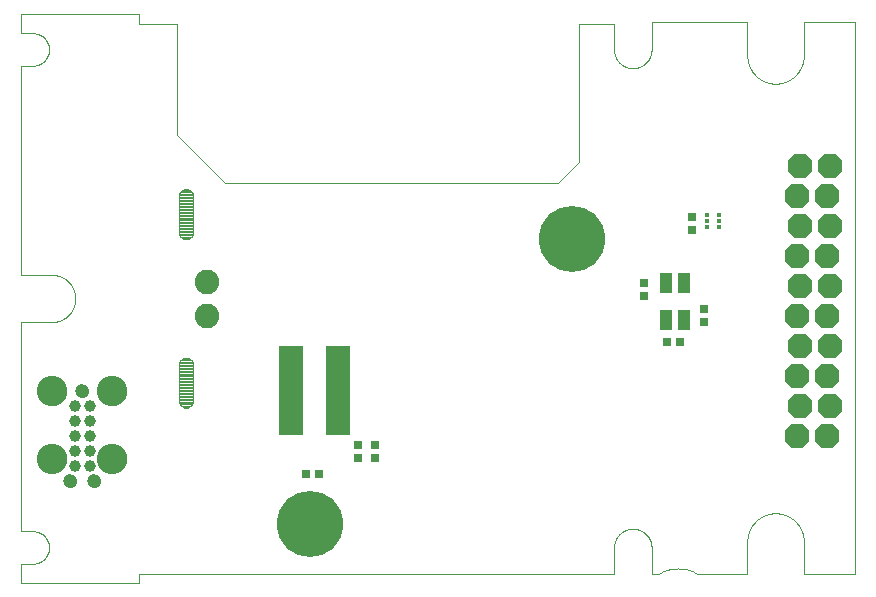
<source format=gts>
G75*
%MOIN*%
%OFA0B0*%
%FSLAX25Y25*%
%IPPOS*%
%LPD*%
%AMOC8*
5,1,8,0,0,1.08239X$1,22.5*
%
%ADD10C,0.00100*%
%ADD11C,0.00492*%
%ADD12R,0.07887X0.02060*%
%ADD13C,0.22047*%
%ADD14R,0.04343X0.06706*%
%ADD15R,0.02769X0.03162*%
%ADD16R,0.03162X0.02769*%
%ADD17C,0.01784*%
%ADD18OC8,0.08200*%
%ADD19C,0.08200*%
%ADD20C,0.03900*%
%ADD21C,0.00000*%
%ADD22C,0.04700*%
%ADD23C,0.10150*%
D10*
X0007311Y0010025D02*
X0046681Y0010025D01*
X0046681Y0012741D01*
X0204998Y0012741D01*
X0204998Y0021741D01*
X0205000Y0021898D01*
X0205006Y0022055D01*
X0205016Y0022212D01*
X0205030Y0022368D01*
X0205047Y0022524D01*
X0205069Y0022680D01*
X0205094Y0022835D01*
X0205124Y0022989D01*
X0205157Y0023143D01*
X0205194Y0023295D01*
X0205235Y0023447D01*
X0205280Y0023598D01*
X0205329Y0023747D01*
X0205381Y0023895D01*
X0205437Y0024042D01*
X0205497Y0024187D01*
X0205560Y0024331D01*
X0205627Y0024473D01*
X0205697Y0024613D01*
X0205771Y0024752D01*
X0205848Y0024889D01*
X0205929Y0025023D01*
X0206013Y0025156D01*
X0206101Y0025286D01*
X0206192Y0025415D01*
X0206286Y0025541D01*
X0206383Y0025664D01*
X0206483Y0025785D01*
X0206586Y0025904D01*
X0206692Y0026019D01*
X0206801Y0026133D01*
X0206913Y0026243D01*
X0207027Y0026350D01*
X0207144Y0026455D01*
X0207264Y0026557D01*
X0207386Y0026655D01*
X0207511Y0026751D01*
X0207638Y0026843D01*
X0207768Y0026932D01*
X0207899Y0027018D01*
X0208033Y0027101D01*
X0208168Y0027180D01*
X0208306Y0027255D01*
X0208446Y0027328D01*
X0208587Y0027396D01*
X0208730Y0027461D01*
X0208874Y0027523D01*
X0209020Y0027581D01*
X0209168Y0027635D01*
X0209317Y0027685D01*
X0209467Y0027732D01*
X0209618Y0027775D01*
X0209770Y0027814D01*
X0209923Y0027849D01*
X0210077Y0027880D01*
X0210232Y0027908D01*
X0210387Y0027931D01*
X0210543Y0027951D01*
X0210699Y0027967D01*
X0210856Y0027979D01*
X0211012Y0027987D01*
X0211169Y0027991D01*
X0211327Y0027991D01*
X0211484Y0027987D01*
X0211640Y0027979D01*
X0211797Y0027967D01*
X0211953Y0027951D01*
X0212109Y0027931D01*
X0212264Y0027908D01*
X0212419Y0027880D01*
X0212573Y0027849D01*
X0212726Y0027814D01*
X0212878Y0027775D01*
X0213029Y0027732D01*
X0213179Y0027685D01*
X0213328Y0027635D01*
X0213476Y0027581D01*
X0213622Y0027523D01*
X0213766Y0027461D01*
X0213909Y0027396D01*
X0214050Y0027328D01*
X0214190Y0027255D01*
X0214328Y0027180D01*
X0214463Y0027101D01*
X0214597Y0027018D01*
X0214728Y0026932D01*
X0214858Y0026843D01*
X0214985Y0026751D01*
X0215110Y0026655D01*
X0215232Y0026557D01*
X0215352Y0026455D01*
X0215469Y0026350D01*
X0215583Y0026243D01*
X0215695Y0026133D01*
X0215804Y0026019D01*
X0215910Y0025904D01*
X0216013Y0025785D01*
X0216113Y0025664D01*
X0216210Y0025541D01*
X0216304Y0025415D01*
X0216395Y0025286D01*
X0216483Y0025156D01*
X0216567Y0025023D01*
X0216648Y0024889D01*
X0216725Y0024752D01*
X0216799Y0024613D01*
X0216869Y0024473D01*
X0216936Y0024331D01*
X0216999Y0024187D01*
X0217059Y0024042D01*
X0217115Y0023895D01*
X0217167Y0023747D01*
X0217216Y0023598D01*
X0217261Y0023447D01*
X0217302Y0023295D01*
X0217339Y0023143D01*
X0217372Y0022989D01*
X0217402Y0022835D01*
X0217427Y0022680D01*
X0217449Y0022524D01*
X0217466Y0022368D01*
X0217480Y0022212D01*
X0217490Y0022055D01*
X0217496Y0021898D01*
X0217498Y0021741D01*
X0217498Y0012741D01*
X0219528Y0012741D01*
X0233093Y0012741D02*
X0249411Y0012741D01*
X0249411Y0023741D01*
X0249414Y0023970D01*
X0249422Y0024199D01*
X0249436Y0024427D01*
X0249456Y0024655D01*
X0249481Y0024883D01*
X0249511Y0025110D01*
X0249547Y0025336D01*
X0249589Y0025561D01*
X0249636Y0025785D01*
X0249688Y0026008D01*
X0249746Y0026229D01*
X0249810Y0026449D01*
X0249878Y0026668D01*
X0249952Y0026884D01*
X0250031Y0027099D01*
X0250116Y0027312D01*
X0250205Y0027522D01*
X0250300Y0027731D01*
X0250399Y0027937D01*
X0250504Y0028141D01*
X0250614Y0028342D01*
X0250728Y0028540D01*
X0250847Y0028735D01*
X0250971Y0028928D01*
X0251100Y0029117D01*
X0251233Y0029303D01*
X0251371Y0029486D01*
X0251513Y0029666D01*
X0251659Y0029841D01*
X0251810Y0030014D01*
X0251965Y0030182D01*
X0252124Y0030347D01*
X0252287Y0030508D01*
X0252453Y0030665D01*
X0252624Y0030818D01*
X0252798Y0030966D01*
X0252976Y0031111D01*
X0253157Y0031250D01*
X0253342Y0031386D01*
X0253529Y0031517D01*
X0253720Y0031643D01*
X0253914Y0031765D01*
X0254111Y0031882D01*
X0254311Y0031994D01*
X0254513Y0032101D01*
X0254718Y0032203D01*
X0254925Y0032300D01*
X0255135Y0032392D01*
X0255346Y0032479D01*
X0255560Y0032561D01*
X0255776Y0032638D01*
X0255993Y0032709D01*
X0256213Y0032775D01*
X0256433Y0032835D01*
X0256656Y0032891D01*
X0256879Y0032940D01*
X0257104Y0032985D01*
X0257329Y0033023D01*
X0257556Y0033057D01*
X0257783Y0033085D01*
X0258011Y0033107D01*
X0258239Y0033124D01*
X0258468Y0033135D01*
X0258697Y0033140D01*
X0258925Y0033140D01*
X0259154Y0033135D01*
X0259383Y0033124D01*
X0259611Y0033107D01*
X0259839Y0033085D01*
X0260066Y0033057D01*
X0260293Y0033023D01*
X0260518Y0032985D01*
X0260743Y0032940D01*
X0260966Y0032891D01*
X0261189Y0032835D01*
X0261409Y0032775D01*
X0261629Y0032709D01*
X0261846Y0032638D01*
X0262062Y0032561D01*
X0262276Y0032479D01*
X0262487Y0032392D01*
X0262697Y0032300D01*
X0262904Y0032203D01*
X0263109Y0032101D01*
X0263311Y0031994D01*
X0263511Y0031882D01*
X0263708Y0031765D01*
X0263902Y0031643D01*
X0264093Y0031517D01*
X0264280Y0031386D01*
X0264465Y0031250D01*
X0264646Y0031111D01*
X0264824Y0030966D01*
X0264998Y0030818D01*
X0265169Y0030665D01*
X0265335Y0030508D01*
X0265498Y0030347D01*
X0265657Y0030182D01*
X0265812Y0030014D01*
X0265963Y0029841D01*
X0266109Y0029666D01*
X0266251Y0029486D01*
X0266389Y0029303D01*
X0266522Y0029117D01*
X0266651Y0028928D01*
X0266775Y0028735D01*
X0266894Y0028540D01*
X0267008Y0028342D01*
X0267118Y0028141D01*
X0267223Y0027937D01*
X0267322Y0027731D01*
X0267417Y0027522D01*
X0267506Y0027312D01*
X0267591Y0027099D01*
X0267670Y0026884D01*
X0267744Y0026668D01*
X0267812Y0026449D01*
X0267876Y0026229D01*
X0267934Y0026008D01*
X0267986Y0025785D01*
X0268033Y0025561D01*
X0268075Y0025336D01*
X0268111Y0025110D01*
X0268141Y0024883D01*
X0268166Y0024655D01*
X0268186Y0024427D01*
X0268200Y0024199D01*
X0268208Y0023970D01*
X0268211Y0023741D01*
X0268211Y0012741D01*
X0285311Y0012741D01*
X0285311Y0196741D01*
X0268211Y0196741D01*
X0268211Y0185741D01*
X0268208Y0185512D01*
X0268200Y0185283D01*
X0268186Y0185055D01*
X0268166Y0184827D01*
X0268141Y0184599D01*
X0268111Y0184372D01*
X0268075Y0184146D01*
X0268033Y0183921D01*
X0267986Y0183697D01*
X0267934Y0183474D01*
X0267876Y0183253D01*
X0267812Y0183033D01*
X0267744Y0182814D01*
X0267670Y0182598D01*
X0267591Y0182383D01*
X0267506Y0182170D01*
X0267417Y0181960D01*
X0267322Y0181751D01*
X0267223Y0181545D01*
X0267118Y0181341D01*
X0267008Y0181140D01*
X0266894Y0180942D01*
X0266775Y0180747D01*
X0266651Y0180554D01*
X0266522Y0180365D01*
X0266389Y0180179D01*
X0266251Y0179996D01*
X0266109Y0179816D01*
X0265963Y0179641D01*
X0265812Y0179468D01*
X0265657Y0179300D01*
X0265498Y0179135D01*
X0265335Y0178974D01*
X0265169Y0178817D01*
X0264998Y0178664D01*
X0264824Y0178516D01*
X0264646Y0178371D01*
X0264465Y0178232D01*
X0264280Y0178096D01*
X0264093Y0177965D01*
X0263902Y0177839D01*
X0263708Y0177717D01*
X0263511Y0177600D01*
X0263311Y0177488D01*
X0263109Y0177381D01*
X0262904Y0177279D01*
X0262697Y0177182D01*
X0262487Y0177090D01*
X0262276Y0177003D01*
X0262062Y0176921D01*
X0261846Y0176844D01*
X0261629Y0176773D01*
X0261409Y0176707D01*
X0261189Y0176647D01*
X0260966Y0176591D01*
X0260743Y0176542D01*
X0260518Y0176497D01*
X0260293Y0176459D01*
X0260066Y0176425D01*
X0259839Y0176397D01*
X0259611Y0176375D01*
X0259383Y0176358D01*
X0259154Y0176347D01*
X0258925Y0176342D01*
X0258697Y0176342D01*
X0258468Y0176347D01*
X0258239Y0176358D01*
X0258011Y0176375D01*
X0257783Y0176397D01*
X0257556Y0176425D01*
X0257329Y0176459D01*
X0257104Y0176497D01*
X0256879Y0176542D01*
X0256656Y0176591D01*
X0256433Y0176647D01*
X0256213Y0176707D01*
X0255993Y0176773D01*
X0255776Y0176844D01*
X0255560Y0176921D01*
X0255346Y0177003D01*
X0255135Y0177090D01*
X0254925Y0177182D01*
X0254718Y0177279D01*
X0254513Y0177381D01*
X0254311Y0177488D01*
X0254111Y0177600D01*
X0253914Y0177717D01*
X0253720Y0177839D01*
X0253529Y0177965D01*
X0253342Y0178096D01*
X0253157Y0178232D01*
X0252976Y0178371D01*
X0252798Y0178516D01*
X0252624Y0178664D01*
X0252453Y0178817D01*
X0252287Y0178974D01*
X0252124Y0179135D01*
X0251965Y0179300D01*
X0251810Y0179468D01*
X0251659Y0179641D01*
X0251513Y0179816D01*
X0251371Y0179996D01*
X0251233Y0180179D01*
X0251100Y0180365D01*
X0250971Y0180554D01*
X0250847Y0180747D01*
X0250728Y0180942D01*
X0250614Y0181140D01*
X0250504Y0181341D01*
X0250399Y0181545D01*
X0250300Y0181751D01*
X0250205Y0181960D01*
X0250116Y0182170D01*
X0250031Y0182383D01*
X0249952Y0182598D01*
X0249878Y0182814D01*
X0249810Y0183033D01*
X0249746Y0183253D01*
X0249688Y0183474D01*
X0249636Y0183697D01*
X0249589Y0183921D01*
X0249547Y0184146D01*
X0249511Y0184372D01*
X0249481Y0184599D01*
X0249456Y0184827D01*
X0249436Y0185055D01*
X0249422Y0185283D01*
X0249414Y0185512D01*
X0249411Y0185741D01*
X0249411Y0196741D01*
X0217498Y0196741D01*
X0217498Y0187741D01*
X0217496Y0187584D01*
X0217490Y0187427D01*
X0217480Y0187270D01*
X0217466Y0187114D01*
X0217449Y0186958D01*
X0217427Y0186802D01*
X0217402Y0186647D01*
X0217372Y0186493D01*
X0217339Y0186339D01*
X0217302Y0186187D01*
X0217261Y0186035D01*
X0217216Y0185884D01*
X0217167Y0185735D01*
X0217115Y0185587D01*
X0217059Y0185440D01*
X0216999Y0185295D01*
X0216936Y0185151D01*
X0216869Y0185009D01*
X0216799Y0184869D01*
X0216725Y0184730D01*
X0216648Y0184593D01*
X0216567Y0184459D01*
X0216483Y0184326D01*
X0216395Y0184196D01*
X0216304Y0184067D01*
X0216210Y0183941D01*
X0216113Y0183818D01*
X0216013Y0183697D01*
X0215910Y0183578D01*
X0215804Y0183463D01*
X0215695Y0183349D01*
X0215583Y0183239D01*
X0215469Y0183132D01*
X0215352Y0183027D01*
X0215232Y0182925D01*
X0215110Y0182827D01*
X0214985Y0182731D01*
X0214858Y0182639D01*
X0214728Y0182550D01*
X0214597Y0182464D01*
X0214463Y0182381D01*
X0214328Y0182302D01*
X0214190Y0182227D01*
X0214050Y0182154D01*
X0213909Y0182086D01*
X0213766Y0182021D01*
X0213622Y0181959D01*
X0213476Y0181901D01*
X0213328Y0181847D01*
X0213179Y0181797D01*
X0213029Y0181750D01*
X0212878Y0181707D01*
X0212726Y0181668D01*
X0212573Y0181633D01*
X0212419Y0181602D01*
X0212264Y0181574D01*
X0212109Y0181551D01*
X0211953Y0181531D01*
X0211797Y0181515D01*
X0211640Y0181503D01*
X0211484Y0181495D01*
X0211327Y0181491D01*
X0211169Y0181491D01*
X0211012Y0181495D01*
X0210856Y0181503D01*
X0210699Y0181515D01*
X0210543Y0181531D01*
X0210387Y0181551D01*
X0210232Y0181574D01*
X0210077Y0181602D01*
X0209923Y0181633D01*
X0209770Y0181668D01*
X0209618Y0181707D01*
X0209467Y0181750D01*
X0209317Y0181797D01*
X0209168Y0181847D01*
X0209020Y0181901D01*
X0208874Y0181959D01*
X0208730Y0182021D01*
X0208587Y0182086D01*
X0208446Y0182154D01*
X0208306Y0182227D01*
X0208168Y0182302D01*
X0208033Y0182381D01*
X0207899Y0182464D01*
X0207768Y0182550D01*
X0207638Y0182639D01*
X0207511Y0182731D01*
X0207386Y0182827D01*
X0207264Y0182925D01*
X0207144Y0183027D01*
X0207027Y0183132D01*
X0206913Y0183239D01*
X0206801Y0183349D01*
X0206692Y0183463D01*
X0206586Y0183578D01*
X0206483Y0183697D01*
X0206383Y0183818D01*
X0206286Y0183941D01*
X0206192Y0184067D01*
X0206101Y0184196D01*
X0206013Y0184326D01*
X0205929Y0184459D01*
X0205848Y0184593D01*
X0205771Y0184730D01*
X0205697Y0184869D01*
X0205627Y0185009D01*
X0205560Y0185151D01*
X0205497Y0185295D01*
X0205437Y0185440D01*
X0205381Y0185587D01*
X0205329Y0185735D01*
X0205280Y0185884D01*
X0205235Y0186035D01*
X0205194Y0186187D01*
X0205157Y0186339D01*
X0205124Y0186493D01*
X0205094Y0186647D01*
X0205069Y0186802D01*
X0205047Y0186958D01*
X0205030Y0187114D01*
X0205016Y0187270D01*
X0205006Y0187427D01*
X0205000Y0187584D01*
X0204998Y0187741D01*
X0204998Y0196300D01*
X0193300Y0196300D01*
X0193300Y0150300D01*
X0186300Y0143300D01*
X0075300Y0143300D01*
X0059300Y0159300D01*
X0059300Y0196300D01*
X0046681Y0196300D01*
X0046681Y0199458D01*
X0007311Y0199458D01*
X0007311Y0193155D01*
X0011248Y0193155D01*
X0011248Y0193154D02*
X0011393Y0193152D01*
X0011539Y0193146D01*
X0011684Y0193136D01*
X0011828Y0193123D01*
X0011973Y0193105D01*
X0012116Y0193084D01*
X0012259Y0193059D01*
X0012402Y0193030D01*
X0012543Y0192997D01*
X0012684Y0192960D01*
X0012824Y0192920D01*
X0012962Y0192875D01*
X0013099Y0192828D01*
X0013235Y0192776D01*
X0013370Y0192721D01*
X0013503Y0192662D01*
X0013634Y0192600D01*
X0013764Y0192534D01*
X0013891Y0192465D01*
X0014017Y0192392D01*
X0014141Y0192316D01*
X0014263Y0192237D01*
X0014382Y0192154D01*
X0014500Y0192068D01*
X0014615Y0191980D01*
X0014727Y0191888D01*
X0014837Y0191793D01*
X0014945Y0191695D01*
X0015050Y0191594D01*
X0015152Y0191491D01*
X0015251Y0191385D01*
X0015348Y0191276D01*
X0015441Y0191164D01*
X0015531Y0191051D01*
X0015619Y0190934D01*
X0015703Y0190816D01*
X0015784Y0190695D01*
X0015861Y0190572D01*
X0015936Y0190448D01*
X0016007Y0190321D01*
X0016074Y0190192D01*
X0016138Y0190062D01*
X0016199Y0189929D01*
X0016256Y0189796D01*
X0016309Y0189660D01*
X0016359Y0189524D01*
X0016405Y0189386D01*
X0016447Y0189247D01*
X0016486Y0189107D01*
X0016521Y0188966D01*
X0016552Y0188824D01*
X0016579Y0188681D01*
X0016602Y0188537D01*
X0016622Y0188393D01*
X0016637Y0188249D01*
X0016649Y0188104D01*
X0016657Y0187959D01*
X0016661Y0187814D01*
X0016661Y0187668D01*
X0016657Y0187523D01*
X0016649Y0187378D01*
X0016637Y0187233D01*
X0016622Y0187089D01*
X0016602Y0186945D01*
X0016579Y0186801D01*
X0016552Y0186658D01*
X0016521Y0186516D01*
X0016486Y0186375D01*
X0016447Y0186235D01*
X0016405Y0186096D01*
X0016359Y0185958D01*
X0016309Y0185822D01*
X0016256Y0185686D01*
X0016199Y0185553D01*
X0016138Y0185420D01*
X0016074Y0185290D01*
X0016007Y0185161D01*
X0015936Y0185035D01*
X0015861Y0184910D01*
X0015784Y0184787D01*
X0015703Y0184666D01*
X0015619Y0184548D01*
X0015531Y0184431D01*
X0015441Y0184318D01*
X0015348Y0184206D01*
X0015251Y0184097D01*
X0015152Y0183991D01*
X0015050Y0183888D01*
X0014945Y0183787D01*
X0014837Y0183689D01*
X0014727Y0183594D01*
X0014615Y0183502D01*
X0014500Y0183414D01*
X0014382Y0183328D01*
X0014263Y0183245D01*
X0014141Y0183166D01*
X0014017Y0183090D01*
X0013891Y0183017D01*
X0013764Y0182948D01*
X0013634Y0182882D01*
X0013503Y0182820D01*
X0013370Y0182761D01*
X0013235Y0182706D01*
X0013099Y0182654D01*
X0012962Y0182607D01*
X0012824Y0182562D01*
X0012684Y0182522D01*
X0012543Y0182485D01*
X0012402Y0182452D01*
X0012259Y0182423D01*
X0012116Y0182398D01*
X0011973Y0182377D01*
X0011828Y0182359D01*
X0011684Y0182346D01*
X0011539Y0182336D01*
X0011393Y0182330D01*
X0011248Y0182328D01*
X0007311Y0182328D01*
X0007311Y0112615D01*
X0017540Y0112615D01*
X0017732Y0112613D01*
X0017923Y0112606D01*
X0018115Y0112594D01*
X0018306Y0112578D01*
X0018496Y0112557D01*
X0018686Y0112531D01*
X0018876Y0112501D01*
X0019064Y0112466D01*
X0019252Y0112427D01*
X0019439Y0112383D01*
X0019624Y0112334D01*
X0019808Y0112281D01*
X0019991Y0112224D01*
X0020173Y0112162D01*
X0020353Y0112095D01*
X0020531Y0112025D01*
X0020708Y0111950D01*
X0020882Y0111870D01*
X0021055Y0111787D01*
X0021225Y0111699D01*
X0021394Y0111608D01*
X0021560Y0111512D01*
X0021723Y0111412D01*
X0021885Y0111308D01*
X0022043Y0111200D01*
X0022199Y0111089D01*
X0022352Y0110973D01*
X0022503Y0110854D01*
X0022650Y0110732D01*
X0022794Y0110605D01*
X0022936Y0110476D01*
X0023074Y0110343D01*
X0023209Y0110206D01*
X0023340Y0110066D01*
X0023468Y0109924D01*
X0023592Y0109778D01*
X0023713Y0109629D01*
X0023830Y0109477D01*
X0023944Y0109323D01*
X0024054Y0109165D01*
X0024159Y0109005D01*
X0024261Y0108843D01*
X0024359Y0108678D01*
X0024453Y0108511D01*
X0024543Y0108341D01*
X0024628Y0108170D01*
X0024710Y0107996D01*
X0024787Y0107821D01*
X0024860Y0107643D01*
X0024928Y0107464D01*
X0024992Y0107283D01*
X0025052Y0107101D01*
X0025107Y0106918D01*
X0025158Y0106733D01*
X0025204Y0106547D01*
X0025246Y0106359D01*
X0025283Y0106171D01*
X0025316Y0105982D01*
X0025343Y0105793D01*
X0025367Y0105602D01*
X0025385Y0105411D01*
X0025399Y0105220D01*
X0025409Y0105029D01*
X0025413Y0104837D01*
X0025413Y0104645D01*
X0025409Y0104453D01*
X0025399Y0104262D01*
X0025385Y0104071D01*
X0025367Y0103880D01*
X0025343Y0103689D01*
X0025316Y0103500D01*
X0025283Y0103311D01*
X0025246Y0103123D01*
X0025204Y0102935D01*
X0025158Y0102749D01*
X0025107Y0102564D01*
X0025052Y0102381D01*
X0024992Y0102199D01*
X0024928Y0102018D01*
X0024860Y0101839D01*
X0024787Y0101661D01*
X0024710Y0101486D01*
X0024628Y0101312D01*
X0024543Y0101141D01*
X0024453Y0100971D01*
X0024359Y0100804D01*
X0024261Y0100639D01*
X0024159Y0100477D01*
X0024054Y0100317D01*
X0023944Y0100159D01*
X0023830Y0100005D01*
X0023713Y0099853D01*
X0023592Y0099704D01*
X0023468Y0099558D01*
X0023340Y0099416D01*
X0023209Y0099276D01*
X0023074Y0099139D01*
X0022936Y0099006D01*
X0022794Y0098877D01*
X0022650Y0098750D01*
X0022503Y0098628D01*
X0022352Y0098509D01*
X0022199Y0098393D01*
X0022043Y0098282D01*
X0021885Y0098174D01*
X0021723Y0098070D01*
X0021560Y0097970D01*
X0021394Y0097874D01*
X0021225Y0097783D01*
X0021055Y0097695D01*
X0020882Y0097612D01*
X0020708Y0097532D01*
X0020531Y0097457D01*
X0020353Y0097387D01*
X0020173Y0097320D01*
X0019991Y0097258D01*
X0019808Y0097201D01*
X0019624Y0097148D01*
X0019439Y0097099D01*
X0019252Y0097055D01*
X0019064Y0097016D01*
X0018876Y0096981D01*
X0018686Y0096951D01*
X0018496Y0096925D01*
X0018306Y0096904D01*
X0018115Y0096888D01*
X0017923Y0096876D01*
X0017732Y0096869D01*
X0017540Y0096867D01*
X0007311Y0096867D01*
X0007311Y0027155D01*
X0011248Y0027155D01*
X0011248Y0027154D02*
X0011393Y0027152D01*
X0011539Y0027146D01*
X0011684Y0027136D01*
X0011828Y0027123D01*
X0011973Y0027105D01*
X0012116Y0027084D01*
X0012259Y0027059D01*
X0012402Y0027030D01*
X0012543Y0026997D01*
X0012684Y0026960D01*
X0012824Y0026920D01*
X0012962Y0026875D01*
X0013099Y0026828D01*
X0013235Y0026776D01*
X0013370Y0026721D01*
X0013503Y0026662D01*
X0013634Y0026600D01*
X0013764Y0026534D01*
X0013891Y0026465D01*
X0014017Y0026392D01*
X0014141Y0026316D01*
X0014263Y0026237D01*
X0014382Y0026154D01*
X0014500Y0026068D01*
X0014615Y0025980D01*
X0014727Y0025888D01*
X0014837Y0025793D01*
X0014945Y0025695D01*
X0015050Y0025594D01*
X0015152Y0025491D01*
X0015251Y0025385D01*
X0015348Y0025276D01*
X0015441Y0025164D01*
X0015531Y0025051D01*
X0015619Y0024934D01*
X0015703Y0024816D01*
X0015784Y0024695D01*
X0015861Y0024572D01*
X0015936Y0024448D01*
X0016007Y0024321D01*
X0016074Y0024192D01*
X0016138Y0024062D01*
X0016199Y0023929D01*
X0016256Y0023796D01*
X0016309Y0023660D01*
X0016359Y0023524D01*
X0016405Y0023386D01*
X0016447Y0023247D01*
X0016486Y0023107D01*
X0016521Y0022966D01*
X0016552Y0022824D01*
X0016579Y0022681D01*
X0016602Y0022537D01*
X0016622Y0022393D01*
X0016637Y0022249D01*
X0016649Y0022104D01*
X0016657Y0021959D01*
X0016661Y0021814D01*
X0016661Y0021668D01*
X0016657Y0021523D01*
X0016649Y0021378D01*
X0016637Y0021233D01*
X0016622Y0021089D01*
X0016602Y0020945D01*
X0016579Y0020801D01*
X0016552Y0020658D01*
X0016521Y0020516D01*
X0016486Y0020375D01*
X0016447Y0020235D01*
X0016405Y0020096D01*
X0016359Y0019958D01*
X0016309Y0019822D01*
X0016256Y0019686D01*
X0016199Y0019553D01*
X0016138Y0019420D01*
X0016074Y0019290D01*
X0016007Y0019161D01*
X0015936Y0019035D01*
X0015861Y0018910D01*
X0015784Y0018787D01*
X0015703Y0018666D01*
X0015619Y0018548D01*
X0015531Y0018431D01*
X0015441Y0018318D01*
X0015348Y0018206D01*
X0015251Y0018097D01*
X0015152Y0017991D01*
X0015050Y0017888D01*
X0014945Y0017787D01*
X0014837Y0017689D01*
X0014727Y0017594D01*
X0014615Y0017502D01*
X0014500Y0017414D01*
X0014382Y0017328D01*
X0014263Y0017245D01*
X0014141Y0017166D01*
X0014017Y0017090D01*
X0013891Y0017017D01*
X0013764Y0016948D01*
X0013634Y0016882D01*
X0013503Y0016820D01*
X0013370Y0016761D01*
X0013235Y0016706D01*
X0013099Y0016654D01*
X0012962Y0016607D01*
X0012824Y0016562D01*
X0012684Y0016522D01*
X0012543Y0016485D01*
X0012402Y0016452D01*
X0012259Y0016423D01*
X0012116Y0016398D01*
X0011973Y0016377D01*
X0011828Y0016359D01*
X0011684Y0016346D01*
X0011539Y0016336D01*
X0011393Y0016330D01*
X0011248Y0016328D01*
X0007311Y0016328D01*
X0007311Y0010025D01*
X0219529Y0012741D02*
X0219787Y0012903D01*
X0220049Y0013059D01*
X0220315Y0013209D01*
X0220584Y0013352D01*
X0220857Y0013488D01*
X0221133Y0013618D01*
X0221412Y0013741D01*
X0221695Y0013857D01*
X0221979Y0013966D01*
X0222267Y0014069D01*
X0222557Y0014164D01*
X0222849Y0014252D01*
X0223143Y0014333D01*
X0223439Y0014407D01*
X0223737Y0014473D01*
X0224036Y0014532D01*
X0224336Y0014584D01*
X0224638Y0014629D01*
X0224941Y0014666D01*
X0225245Y0014695D01*
X0225549Y0014718D01*
X0225854Y0014733D01*
X0226158Y0014740D01*
X0226464Y0014740D01*
X0226768Y0014733D01*
X0227073Y0014718D01*
X0227377Y0014695D01*
X0227681Y0014666D01*
X0227984Y0014629D01*
X0228286Y0014584D01*
X0228586Y0014532D01*
X0228885Y0014473D01*
X0229183Y0014407D01*
X0229479Y0014333D01*
X0229773Y0014252D01*
X0230065Y0014164D01*
X0230355Y0014069D01*
X0230643Y0013966D01*
X0230927Y0013857D01*
X0231210Y0013741D01*
X0231489Y0013618D01*
X0231765Y0013488D01*
X0232038Y0013352D01*
X0232307Y0013209D01*
X0232573Y0013059D01*
X0232835Y0012903D01*
X0233093Y0012741D01*
D11*
X0064573Y0069853D02*
X0064346Y0069427D01*
X0064040Y0069055D01*
X0063667Y0068749D01*
X0063242Y0068521D01*
X0062780Y0068381D01*
X0062300Y0068334D01*
X0061820Y0068381D01*
X0061358Y0068521D01*
X0060933Y0068749D01*
X0060560Y0069055D01*
X0060254Y0069427D01*
X0060027Y0069853D01*
X0059887Y0070314D01*
X0059839Y0070794D01*
X0059839Y0076700D01*
X0059839Y0082606D01*
X0059887Y0083086D01*
X0060027Y0083547D01*
X0060254Y0083973D01*
X0060560Y0084345D01*
X0060933Y0084651D01*
X0061358Y0084879D01*
X0061820Y0085019D01*
X0062300Y0085066D01*
X0062780Y0085019D01*
X0063242Y0084879D01*
X0063667Y0084651D01*
X0064040Y0084345D01*
X0064346Y0083973D01*
X0064573Y0083547D01*
X0064713Y0083086D01*
X0064761Y0082606D01*
X0064761Y0070794D01*
X0064713Y0070314D01*
X0064573Y0069853D01*
X0064590Y0069907D02*
X0060010Y0069907D01*
X0059878Y0070397D02*
X0064722Y0070397D01*
X0064761Y0070888D02*
X0059839Y0070888D01*
X0059839Y0071379D02*
X0064761Y0071379D01*
X0064761Y0071869D02*
X0059839Y0071869D01*
X0059839Y0072360D02*
X0064761Y0072360D01*
X0064761Y0072851D02*
X0059839Y0072851D01*
X0059839Y0073341D02*
X0064761Y0073341D01*
X0064761Y0073832D02*
X0059839Y0073832D01*
X0059839Y0074323D02*
X0064761Y0074323D01*
X0064761Y0074813D02*
X0059839Y0074813D01*
X0059839Y0075304D02*
X0064761Y0075304D01*
X0064761Y0075794D02*
X0059839Y0075794D01*
X0059839Y0076285D02*
X0064761Y0076285D01*
X0064761Y0076776D02*
X0059839Y0076776D01*
X0059839Y0077266D02*
X0064761Y0077266D01*
X0064761Y0077757D02*
X0059839Y0077757D01*
X0059839Y0078248D02*
X0064761Y0078248D01*
X0064761Y0078738D02*
X0059839Y0078738D01*
X0059839Y0079229D02*
X0064761Y0079229D01*
X0064761Y0079720D02*
X0059839Y0079720D01*
X0059839Y0080210D02*
X0064761Y0080210D01*
X0064761Y0080701D02*
X0059839Y0080701D01*
X0059839Y0081191D02*
X0064761Y0081191D01*
X0064761Y0081682D02*
X0059839Y0081682D01*
X0059839Y0082173D02*
X0064761Y0082173D01*
X0064755Y0082663D02*
X0059845Y0082663D01*
X0059907Y0083154D02*
X0064693Y0083154D01*
X0064521Y0083645D02*
X0060079Y0083645D01*
X0060388Y0084135D02*
X0064212Y0084135D01*
X0063698Y0084626D02*
X0060902Y0084626D01*
X0060263Y0069416D02*
X0064337Y0069416D01*
X0063883Y0068925D02*
X0060717Y0068925D01*
X0061643Y0068435D02*
X0062957Y0068435D01*
X0062300Y0124434D02*
X0061820Y0124481D01*
X0061358Y0124621D01*
X0060933Y0124849D01*
X0060560Y0125155D01*
X0060254Y0125527D01*
X0060027Y0125953D01*
X0059887Y0126414D01*
X0059839Y0126894D01*
X0059839Y0132800D01*
X0059839Y0138706D01*
X0059887Y0139186D01*
X0060027Y0139647D01*
X0060254Y0140073D01*
X0060560Y0140445D01*
X0060933Y0140751D01*
X0061358Y0140979D01*
X0061820Y0141119D01*
X0062300Y0141166D01*
X0062780Y0141119D01*
X0063242Y0140979D01*
X0063667Y0140751D01*
X0064040Y0140445D01*
X0064346Y0140073D01*
X0064573Y0139647D01*
X0064713Y0139186D01*
X0064761Y0138706D01*
X0064761Y0126894D01*
X0064713Y0126414D01*
X0064573Y0125953D01*
X0064346Y0125527D01*
X0064040Y0125155D01*
X0063667Y0124849D01*
X0063242Y0124621D01*
X0062780Y0124481D01*
X0062300Y0124434D01*
X0060921Y0124858D02*
X0063679Y0124858D01*
X0064199Y0125349D02*
X0060401Y0125349D01*
X0060087Y0125839D02*
X0064513Y0125839D01*
X0064688Y0126330D02*
X0059912Y0126330D01*
X0059847Y0126821D02*
X0064753Y0126821D01*
X0064761Y0127311D02*
X0059839Y0127311D01*
X0059839Y0127802D02*
X0064761Y0127802D01*
X0064761Y0128293D02*
X0059839Y0128293D01*
X0059839Y0128783D02*
X0064761Y0128783D01*
X0064761Y0129274D02*
X0059839Y0129274D01*
X0059839Y0129765D02*
X0064761Y0129765D01*
X0064761Y0130255D02*
X0059839Y0130255D01*
X0059839Y0130746D02*
X0064761Y0130746D01*
X0064761Y0131236D02*
X0059839Y0131236D01*
X0059839Y0131727D02*
X0064761Y0131727D01*
X0064761Y0132218D02*
X0059839Y0132218D01*
X0059839Y0132708D02*
X0064761Y0132708D01*
X0064761Y0133199D02*
X0059839Y0133199D01*
X0059839Y0133690D02*
X0064761Y0133690D01*
X0064761Y0134180D02*
X0059839Y0134180D01*
X0059839Y0134671D02*
X0064761Y0134671D01*
X0064761Y0135162D02*
X0059839Y0135162D01*
X0059839Y0135652D02*
X0064761Y0135652D01*
X0064761Y0136143D02*
X0059839Y0136143D01*
X0059839Y0136633D02*
X0064761Y0136633D01*
X0064761Y0137124D02*
X0059839Y0137124D01*
X0059839Y0137615D02*
X0064761Y0137615D01*
X0064761Y0138105D02*
X0059839Y0138105D01*
X0059839Y0138596D02*
X0064761Y0138596D01*
X0064723Y0139087D02*
X0059877Y0139087D01*
X0060005Y0139577D02*
X0064595Y0139577D01*
X0064348Y0140068D02*
X0060252Y0140068D01*
X0060698Y0140559D02*
X0063902Y0140559D01*
X0063010Y0141049D02*
X0061590Y0141049D01*
D12*
X0097150Y0087883D03*
X0097150Y0085914D03*
X0097150Y0083946D03*
X0097150Y0081977D03*
X0097150Y0080009D03*
X0097150Y0078040D03*
X0097150Y0076072D03*
X0097150Y0074103D03*
X0097150Y0072135D03*
X0097150Y0070166D03*
X0097150Y0068198D03*
X0097150Y0066229D03*
X0097150Y0064261D03*
X0097150Y0062292D03*
X0097150Y0060324D03*
X0112898Y0060324D03*
X0112898Y0062292D03*
X0112898Y0064261D03*
X0112898Y0066229D03*
X0112898Y0068198D03*
X0112898Y0070166D03*
X0112898Y0072135D03*
X0112898Y0074103D03*
X0112898Y0076072D03*
X0112898Y0078040D03*
X0112898Y0080009D03*
X0112898Y0081977D03*
X0112898Y0083946D03*
X0112898Y0085914D03*
X0112898Y0087883D03*
D13*
X0191074Y0124503D03*
X0103774Y0029503D03*
D14*
X0222303Y0097732D03*
X0228209Y0097732D03*
X0228209Y0109937D03*
X0222303Y0109937D03*
D15*
X0222700Y0090333D03*
X0227031Y0090333D03*
X0106735Y0046347D03*
X0102404Y0046347D03*
D16*
X0119700Y0051535D03*
X0119700Y0055865D03*
X0125300Y0055865D03*
X0125300Y0051535D03*
X0214867Y0105500D03*
X0214867Y0109831D03*
X0234933Y0101100D03*
X0234933Y0096769D03*
X0231043Y0127613D03*
X0231043Y0131944D03*
D17*
X0236136Y0132547D03*
X0236136Y0130579D03*
X0236136Y0128610D03*
X0240073Y0128610D03*
X0240073Y0130579D03*
X0240073Y0132547D03*
D18*
X0265831Y0138906D03*
X0275831Y0138906D03*
X0276831Y0128906D03*
X0266831Y0128906D03*
X0265831Y0118906D03*
X0275831Y0118906D03*
X0276831Y0108906D03*
X0266831Y0108906D03*
X0265831Y0098906D03*
X0275831Y0098906D03*
X0276831Y0088906D03*
X0266831Y0088906D03*
X0265831Y0078906D03*
X0275831Y0078906D03*
X0276831Y0068906D03*
X0266831Y0068906D03*
X0265831Y0058906D03*
X0275831Y0058906D03*
X0276831Y0148906D03*
X0266831Y0148906D03*
D19*
X0069434Y0110162D03*
X0069434Y0098762D03*
D20*
X0030200Y0068900D03*
X0025200Y0068900D03*
X0025200Y0063900D03*
X0025200Y0058900D03*
X0030200Y0058900D03*
X0030200Y0063900D03*
X0030200Y0053900D03*
X0030200Y0048900D03*
X0025200Y0048900D03*
X0025200Y0053900D03*
D21*
X0013025Y0051400D02*
X0013027Y0051537D01*
X0013033Y0051673D01*
X0013043Y0051809D01*
X0013057Y0051945D01*
X0013075Y0052081D01*
X0013097Y0052216D01*
X0013122Y0052350D01*
X0013152Y0052483D01*
X0013186Y0052615D01*
X0013223Y0052747D01*
X0013264Y0052877D01*
X0013310Y0053006D01*
X0013358Y0053134D01*
X0013411Y0053260D01*
X0013467Y0053384D01*
X0013527Y0053507D01*
X0013590Y0053628D01*
X0013657Y0053747D01*
X0013727Y0053864D01*
X0013801Y0053980D01*
X0013878Y0054092D01*
X0013958Y0054203D01*
X0014042Y0054311D01*
X0014129Y0054417D01*
X0014218Y0054520D01*
X0014311Y0054620D01*
X0014406Y0054718D01*
X0014505Y0054813D01*
X0014606Y0054905D01*
X0014710Y0054993D01*
X0014816Y0055079D01*
X0014925Y0055162D01*
X0015036Y0055241D01*
X0015149Y0055318D01*
X0015265Y0055391D01*
X0015382Y0055460D01*
X0015502Y0055526D01*
X0015623Y0055588D01*
X0015747Y0055647D01*
X0015872Y0055703D01*
X0015998Y0055754D01*
X0016126Y0055802D01*
X0016255Y0055846D01*
X0016386Y0055887D01*
X0016518Y0055923D01*
X0016650Y0055956D01*
X0016784Y0055984D01*
X0016918Y0056009D01*
X0017053Y0056030D01*
X0017189Y0056047D01*
X0017325Y0056060D01*
X0017461Y0056069D01*
X0017598Y0056074D01*
X0017734Y0056075D01*
X0017871Y0056072D01*
X0018007Y0056065D01*
X0018143Y0056054D01*
X0018279Y0056039D01*
X0018414Y0056020D01*
X0018549Y0055997D01*
X0018683Y0055970D01*
X0018816Y0055940D01*
X0018948Y0055905D01*
X0019080Y0055867D01*
X0019209Y0055825D01*
X0019338Y0055779D01*
X0019465Y0055729D01*
X0019591Y0055675D01*
X0019715Y0055618D01*
X0019838Y0055558D01*
X0019958Y0055493D01*
X0020077Y0055426D01*
X0020193Y0055355D01*
X0020308Y0055280D01*
X0020420Y0055202D01*
X0020530Y0055121D01*
X0020638Y0055037D01*
X0020743Y0054949D01*
X0020845Y0054859D01*
X0020945Y0054766D01*
X0021042Y0054669D01*
X0021136Y0054570D01*
X0021227Y0054469D01*
X0021315Y0054364D01*
X0021400Y0054257D01*
X0021482Y0054148D01*
X0021561Y0054036D01*
X0021636Y0053922D01*
X0021708Y0053806D01*
X0021777Y0053688D01*
X0021842Y0053568D01*
X0021904Y0053446D01*
X0021962Y0053322D01*
X0022016Y0053197D01*
X0022067Y0053070D01*
X0022113Y0052942D01*
X0022157Y0052812D01*
X0022196Y0052681D01*
X0022232Y0052549D01*
X0022263Y0052416D01*
X0022291Y0052283D01*
X0022315Y0052148D01*
X0022335Y0052013D01*
X0022351Y0051877D01*
X0022363Y0051741D01*
X0022371Y0051605D01*
X0022375Y0051468D01*
X0022375Y0051332D01*
X0022371Y0051195D01*
X0022363Y0051059D01*
X0022351Y0050923D01*
X0022335Y0050787D01*
X0022315Y0050652D01*
X0022291Y0050517D01*
X0022263Y0050384D01*
X0022232Y0050251D01*
X0022196Y0050119D01*
X0022157Y0049988D01*
X0022113Y0049858D01*
X0022067Y0049730D01*
X0022016Y0049603D01*
X0021962Y0049478D01*
X0021904Y0049354D01*
X0021842Y0049232D01*
X0021777Y0049112D01*
X0021708Y0048994D01*
X0021636Y0048878D01*
X0021561Y0048764D01*
X0021482Y0048652D01*
X0021400Y0048543D01*
X0021315Y0048436D01*
X0021227Y0048331D01*
X0021136Y0048230D01*
X0021042Y0048131D01*
X0020945Y0048034D01*
X0020845Y0047941D01*
X0020743Y0047851D01*
X0020638Y0047763D01*
X0020530Y0047679D01*
X0020420Y0047598D01*
X0020308Y0047520D01*
X0020193Y0047445D01*
X0020077Y0047374D01*
X0019958Y0047307D01*
X0019838Y0047242D01*
X0019715Y0047182D01*
X0019591Y0047125D01*
X0019465Y0047071D01*
X0019338Y0047021D01*
X0019209Y0046975D01*
X0019080Y0046933D01*
X0018948Y0046895D01*
X0018816Y0046860D01*
X0018683Y0046830D01*
X0018549Y0046803D01*
X0018414Y0046780D01*
X0018279Y0046761D01*
X0018143Y0046746D01*
X0018007Y0046735D01*
X0017871Y0046728D01*
X0017734Y0046725D01*
X0017598Y0046726D01*
X0017461Y0046731D01*
X0017325Y0046740D01*
X0017189Y0046753D01*
X0017053Y0046770D01*
X0016918Y0046791D01*
X0016784Y0046816D01*
X0016650Y0046844D01*
X0016518Y0046877D01*
X0016386Y0046913D01*
X0016255Y0046954D01*
X0016126Y0046998D01*
X0015998Y0047046D01*
X0015872Y0047097D01*
X0015747Y0047153D01*
X0015623Y0047212D01*
X0015502Y0047274D01*
X0015382Y0047340D01*
X0015265Y0047409D01*
X0015149Y0047482D01*
X0015036Y0047559D01*
X0014925Y0047638D01*
X0014816Y0047721D01*
X0014710Y0047807D01*
X0014606Y0047895D01*
X0014505Y0047987D01*
X0014406Y0048082D01*
X0014311Y0048180D01*
X0014218Y0048280D01*
X0014129Y0048383D01*
X0014042Y0048489D01*
X0013958Y0048597D01*
X0013878Y0048708D01*
X0013801Y0048820D01*
X0013727Y0048936D01*
X0013657Y0049053D01*
X0013590Y0049172D01*
X0013527Y0049293D01*
X0013467Y0049416D01*
X0013411Y0049540D01*
X0013358Y0049666D01*
X0013310Y0049794D01*
X0013264Y0049923D01*
X0013223Y0050053D01*
X0013186Y0050185D01*
X0013152Y0050317D01*
X0013122Y0050450D01*
X0013097Y0050584D01*
X0013075Y0050719D01*
X0013057Y0050855D01*
X0013043Y0050991D01*
X0013033Y0051127D01*
X0013027Y0051263D01*
X0013025Y0051400D01*
X0021750Y0043900D02*
X0021752Y0043988D01*
X0021758Y0044076D01*
X0021768Y0044164D01*
X0021782Y0044251D01*
X0021800Y0044337D01*
X0021821Y0044422D01*
X0021847Y0044507D01*
X0021876Y0044590D01*
X0021909Y0044672D01*
X0021946Y0044752D01*
X0021986Y0044830D01*
X0022030Y0044907D01*
X0022077Y0044981D01*
X0022128Y0045053D01*
X0022181Y0045123D01*
X0022238Y0045191D01*
X0022298Y0045255D01*
X0022361Y0045317D01*
X0022426Y0045376D01*
X0022494Y0045432D01*
X0022565Y0045485D01*
X0022637Y0045535D01*
X0022712Y0045581D01*
X0022789Y0045624D01*
X0022868Y0045664D01*
X0022949Y0045699D01*
X0023031Y0045732D01*
X0023114Y0045760D01*
X0023199Y0045785D01*
X0023285Y0045805D01*
X0023371Y0045822D01*
X0023458Y0045835D01*
X0023546Y0045844D01*
X0023634Y0045849D01*
X0023722Y0045850D01*
X0023810Y0045847D01*
X0023898Y0045840D01*
X0023985Y0045829D01*
X0024072Y0045814D01*
X0024158Y0045795D01*
X0024244Y0045773D01*
X0024328Y0045746D01*
X0024410Y0045716D01*
X0024492Y0045682D01*
X0024572Y0045644D01*
X0024649Y0045603D01*
X0024725Y0045559D01*
X0024799Y0045511D01*
X0024871Y0045459D01*
X0024940Y0045405D01*
X0025007Y0045347D01*
X0025071Y0045287D01*
X0025132Y0045223D01*
X0025191Y0045157D01*
X0025246Y0045089D01*
X0025298Y0045017D01*
X0025347Y0044944D01*
X0025392Y0044869D01*
X0025434Y0044791D01*
X0025473Y0044712D01*
X0025508Y0044631D01*
X0025539Y0044548D01*
X0025566Y0044465D01*
X0025590Y0044380D01*
X0025610Y0044294D01*
X0025626Y0044207D01*
X0025638Y0044120D01*
X0025646Y0044032D01*
X0025650Y0043944D01*
X0025650Y0043856D01*
X0025646Y0043768D01*
X0025638Y0043680D01*
X0025626Y0043593D01*
X0025610Y0043506D01*
X0025590Y0043420D01*
X0025566Y0043335D01*
X0025539Y0043252D01*
X0025508Y0043169D01*
X0025473Y0043088D01*
X0025434Y0043009D01*
X0025392Y0042931D01*
X0025347Y0042856D01*
X0025298Y0042783D01*
X0025246Y0042711D01*
X0025191Y0042643D01*
X0025132Y0042577D01*
X0025071Y0042513D01*
X0025007Y0042453D01*
X0024940Y0042395D01*
X0024871Y0042341D01*
X0024799Y0042289D01*
X0024725Y0042241D01*
X0024649Y0042197D01*
X0024572Y0042156D01*
X0024492Y0042118D01*
X0024410Y0042084D01*
X0024328Y0042054D01*
X0024244Y0042027D01*
X0024158Y0042005D01*
X0024072Y0041986D01*
X0023985Y0041971D01*
X0023898Y0041960D01*
X0023810Y0041953D01*
X0023722Y0041950D01*
X0023634Y0041951D01*
X0023546Y0041956D01*
X0023458Y0041965D01*
X0023371Y0041978D01*
X0023285Y0041995D01*
X0023199Y0042015D01*
X0023114Y0042040D01*
X0023031Y0042068D01*
X0022949Y0042101D01*
X0022868Y0042136D01*
X0022789Y0042176D01*
X0022712Y0042219D01*
X0022637Y0042265D01*
X0022565Y0042315D01*
X0022494Y0042368D01*
X0022426Y0042424D01*
X0022361Y0042483D01*
X0022298Y0042545D01*
X0022238Y0042609D01*
X0022181Y0042677D01*
X0022128Y0042747D01*
X0022077Y0042819D01*
X0022030Y0042893D01*
X0021986Y0042970D01*
X0021946Y0043048D01*
X0021909Y0043128D01*
X0021876Y0043210D01*
X0021847Y0043293D01*
X0021821Y0043378D01*
X0021800Y0043463D01*
X0021782Y0043549D01*
X0021768Y0043636D01*
X0021758Y0043724D01*
X0021752Y0043812D01*
X0021750Y0043900D01*
X0029750Y0043900D02*
X0029752Y0043988D01*
X0029758Y0044076D01*
X0029768Y0044164D01*
X0029782Y0044251D01*
X0029800Y0044337D01*
X0029821Y0044422D01*
X0029847Y0044507D01*
X0029876Y0044590D01*
X0029909Y0044672D01*
X0029946Y0044752D01*
X0029986Y0044830D01*
X0030030Y0044907D01*
X0030077Y0044981D01*
X0030128Y0045053D01*
X0030181Y0045123D01*
X0030238Y0045191D01*
X0030298Y0045255D01*
X0030361Y0045317D01*
X0030426Y0045376D01*
X0030494Y0045432D01*
X0030565Y0045485D01*
X0030637Y0045535D01*
X0030712Y0045581D01*
X0030789Y0045624D01*
X0030868Y0045664D01*
X0030949Y0045699D01*
X0031031Y0045732D01*
X0031114Y0045760D01*
X0031199Y0045785D01*
X0031285Y0045805D01*
X0031371Y0045822D01*
X0031458Y0045835D01*
X0031546Y0045844D01*
X0031634Y0045849D01*
X0031722Y0045850D01*
X0031810Y0045847D01*
X0031898Y0045840D01*
X0031985Y0045829D01*
X0032072Y0045814D01*
X0032158Y0045795D01*
X0032244Y0045773D01*
X0032328Y0045746D01*
X0032410Y0045716D01*
X0032492Y0045682D01*
X0032572Y0045644D01*
X0032649Y0045603D01*
X0032725Y0045559D01*
X0032799Y0045511D01*
X0032871Y0045459D01*
X0032940Y0045405D01*
X0033007Y0045347D01*
X0033071Y0045287D01*
X0033132Y0045223D01*
X0033191Y0045157D01*
X0033246Y0045089D01*
X0033298Y0045017D01*
X0033347Y0044944D01*
X0033392Y0044869D01*
X0033434Y0044791D01*
X0033473Y0044712D01*
X0033508Y0044631D01*
X0033539Y0044548D01*
X0033566Y0044465D01*
X0033590Y0044380D01*
X0033610Y0044294D01*
X0033626Y0044207D01*
X0033638Y0044120D01*
X0033646Y0044032D01*
X0033650Y0043944D01*
X0033650Y0043856D01*
X0033646Y0043768D01*
X0033638Y0043680D01*
X0033626Y0043593D01*
X0033610Y0043506D01*
X0033590Y0043420D01*
X0033566Y0043335D01*
X0033539Y0043252D01*
X0033508Y0043169D01*
X0033473Y0043088D01*
X0033434Y0043009D01*
X0033392Y0042931D01*
X0033347Y0042856D01*
X0033298Y0042783D01*
X0033246Y0042711D01*
X0033191Y0042643D01*
X0033132Y0042577D01*
X0033071Y0042513D01*
X0033007Y0042453D01*
X0032940Y0042395D01*
X0032871Y0042341D01*
X0032799Y0042289D01*
X0032725Y0042241D01*
X0032649Y0042197D01*
X0032572Y0042156D01*
X0032492Y0042118D01*
X0032410Y0042084D01*
X0032328Y0042054D01*
X0032244Y0042027D01*
X0032158Y0042005D01*
X0032072Y0041986D01*
X0031985Y0041971D01*
X0031898Y0041960D01*
X0031810Y0041953D01*
X0031722Y0041950D01*
X0031634Y0041951D01*
X0031546Y0041956D01*
X0031458Y0041965D01*
X0031371Y0041978D01*
X0031285Y0041995D01*
X0031199Y0042015D01*
X0031114Y0042040D01*
X0031031Y0042068D01*
X0030949Y0042101D01*
X0030868Y0042136D01*
X0030789Y0042176D01*
X0030712Y0042219D01*
X0030637Y0042265D01*
X0030565Y0042315D01*
X0030494Y0042368D01*
X0030426Y0042424D01*
X0030361Y0042483D01*
X0030298Y0042545D01*
X0030238Y0042609D01*
X0030181Y0042677D01*
X0030128Y0042747D01*
X0030077Y0042819D01*
X0030030Y0042893D01*
X0029986Y0042970D01*
X0029946Y0043048D01*
X0029909Y0043128D01*
X0029876Y0043210D01*
X0029847Y0043293D01*
X0029821Y0043378D01*
X0029800Y0043463D01*
X0029782Y0043549D01*
X0029768Y0043636D01*
X0029758Y0043724D01*
X0029752Y0043812D01*
X0029750Y0043900D01*
X0033025Y0051400D02*
X0033027Y0051537D01*
X0033033Y0051673D01*
X0033043Y0051809D01*
X0033057Y0051945D01*
X0033075Y0052081D01*
X0033097Y0052216D01*
X0033122Y0052350D01*
X0033152Y0052483D01*
X0033186Y0052615D01*
X0033223Y0052747D01*
X0033264Y0052877D01*
X0033310Y0053006D01*
X0033358Y0053134D01*
X0033411Y0053260D01*
X0033467Y0053384D01*
X0033527Y0053507D01*
X0033590Y0053628D01*
X0033657Y0053747D01*
X0033727Y0053864D01*
X0033801Y0053980D01*
X0033878Y0054092D01*
X0033958Y0054203D01*
X0034042Y0054311D01*
X0034129Y0054417D01*
X0034218Y0054520D01*
X0034311Y0054620D01*
X0034406Y0054718D01*
X0034505Y0054813D01*
X0034606Y0054905D01*
X0034710Y0054993D01*
X0034816Y0055079D01*
X0034925Y0055162D01*
X0035036Y0055241D01*
X0035149Y0055318D01*
X0035265Y0055391D01*
X0035382Y0055460D01*
X0035502Y0055526D01*
X0035623Y0055588D01*
X0035747Y0055647D01*
X0035872Y0055703D01*
X0035998Y0055754D01*
X0036126Y0055802D01*
X0036255Y0055846D01*
X0036386Y0055887D01*
X0036518Y0055923D01*
X0036650Y0055956D01*
X0036784Y0055984D01*
X0036918Y0056009D01*
X0037053Y0056030D01*
X0037189Y0056047D01*
X0037325Y0056060D01*
X0037461Y0056069D01*
X0037598Y0056074D01*
X0037734Y0056075D01*
X0037871Y0056072D01*
X0038007Y0056065D01*
X0038143Y0056054D01*
X0038279Y0056039D01*
X0038414Y0056020D01*
X0038549Y0055997D01*
X0038683Y0055970D01*
X0038816Y0055940D01*
X0038948Y0055905D01*
X0039080Y0055867D01*
X0039209Y0055825D01*
X0039338Y0055779D01*
X0039465Y0055729D01*
X0039591Y0055675D01*
X0039715Y0055618D01*
X0039838Y0055558D01*
X0039958Y0055493D01*
X0040077Y0055426D01*
X0040193Y0055355D01*
X0040308Y0055280D01*
X0040420Y0055202D01*
X0040530Y0055121D01*
X0040638Y0055037D01*
X0040743Y0054949D01*
X0040845Y0054859D01*
X0040945Y0054766D01*
X0041042Y0054669D01*
X0041136Y0054570D01*
X0041227Y0054469D01*
X0041315Y0054364D01*
X0041400Y0054257D01*
X0041482Y0054148D01*
X0041561Y0054036D01*
X0041636Y0053922D01*
X0041708Y0053806D01*
X0041777Y0053688D01*
X0041842Y0053568D01*
X0041904Y0053446D01*
X0041962Y0053322D01*
X0042016Y0053197D01*
X0042067Y0053070D01*
X0042113Y0052942D01*
X0042157Y0052812D01*
X0042196Y0052681D01*
X0042232Y0052549D01*
X0042263Y0052416D01*
X0042291Y0052283D01*
X0042315Y0052148D01*
X0042335Y0052013D01*
X0042351Y0051877D01*
X0042363Y0051741D01*
X0042371Y0051605D01*
X0042375Y0051468D01*
X0042375Y0051332D01*
X0042371Y0051195D01*
X0042363Y0051059D01*
X0042351Y0050923D01*
X0042335Y0050787D01*
X0042315Y0050652D01*
X0042291Y0050517D01*
X0042263Y0050384D01*
X0042232Y0050251D01*
X0042196Y0050119D01*
X0042157Y0049988D01*
X0042113Y0049858D01*
X0042067Y0049730D01*
X0042016Y0049603D01*
X0041962Y0049478D01*
X0041904Y0049354D01*
X0041842Y0049232D01*
X0041777Y0049112D01*
X0041708Y0048994D01*
X0041636Y0048878D01*
X0041561Y0048764D01*
X0041482Y0048652D01*
X0041400Y0048543D01*
X0041315Y0048436D01*
X0041227Y0048331D01*
X0041136Y0048230D01*
X0041042Y0048131D01*
X0040945Y0048034D01*
X0040845Y0047941D01*
X0040743Y0047851D01*
X0040638Y0047763D01*
X0040530Y0047679D01*
X0040420Y0047598D01*
X0040308Y0047520D01*
X0040193Y0047445D01*
X0040077Y0047374D01*
X0039958Y0047307D01*
X0039838Y0047242D01*
X0039715Y0047182D01*
X0039591Y0047125D01*
X0039465Y0047071D01*
X0039338Y0047021D01*
X0039209Y0046975D01*
X0039080Y0046933D01*
X0038948Y0046895D01*
X0038816Y0046860D01*
X0038683Y0046830D01*
X0038549Y0046803D01*
X0038414Y0046780D01*
X0038279Y0046761D01*
X0038143Y0046746D01*
X0038007Y0046735D01*
X0037871Y0046728D01*
X0037734Y0046725D01*
X0037598Y0046726D01*
X0037461Y0046731D01*
X0037325Y0046740D01*
X0037189Y0046753D01*
X0037053Y0046770D01*
X0036918Y0046791D01*
X0036784Y0046816D01*
X0036650Y0046844D01*
X0036518Y0046877D01*
X0036386Y0046913D01*
X0036255Y0046954D01*
X0036126Y0046998D01*
X0035998Y0047046D01*
X0035872Y0047097D01*
X0035747Y0047153D01*
X0035623Y0047212D01*
X0035502Y0047274D01*
X0035382Y0047340D01*
X0035265Y0047409D01*
X0035149Y0047482D01*
X0035036Y0047559D01*
X0034925Y0047638D01*
X0034816Y0047721D01*
X0034710Y0047807D01*
X0034606Y0047895D01*
X0034505Y0047987D01*
X0034406Y0048082D01*
X0034311Y0048180D01*
X0034218Y0048280D01*
X0034129Y0048383D01*
X0034042Y0048489D01*
X0033958Y0048597D01*
X0033878Y0048708D01*
X0033801Y0048820D01*
X0033727Y0048936D01*
X0033657Y0049053D01*
X0033590Y0049172D01*
X0033527Y0049293D01*
X0033467Y0049416D01*
X0033411Y0049540D01*
X0033358Y0049666D01*
X0033310Y0049794D01*
X0033264Y0049923D01*
X0033223Y0050053D01*
X0033186Y0050185D01*
X0033152Y0050317D01*
X0033122Y0050450D01*
X0033097Y0050584D01*
X0033075Y0050719D01*
X0033057Y0050855D01*
X0033043Y0050991D01*
X0033033Y0051127D01*
X0033027Y0051263D01*
X0033025Y0051400D01*
X0033025Y0073900D02*
X0033027Y0074037D01*
X0033033Y0074173D01*
X0033043Y0074309D01*
X0033057Y0074445D01*
X0033075Y0074581D01*
X0033097Y0074716D01*
X0033122Y0074850D01*
X0033152Y0074983D01*
X0033186Y0075115D01*
X0033223Y0075247D01*
X0033264Y0075377D01*
X0033310Y0075506D01*
X0033358Y0075634D01*
X0033411Y0075760D01*
X0033467Y0075884D01*
X0033527Y0076007D01*
X0033590Y0076128D01*
X0033657Y0076247D01*
X0033727Y0076364D01*
X0033801Y0076480D01*
X0033878Y0076592D01*
X0033958Y0076703D01*
X0034042Y0076811D01*
X0034129Y0076917D01*
X0034218Y0077020D01*
X0034311Y0077120D01*
X0034406Y0077218D01*
X0034505Y0077313D01*
X0034606Y0077405D01*
X0034710Y0077493D01*
X0034816Y0077579D01*
X0034925Y0077662D01*
X0035036Y0077741D01*
X0035149Y0077818D01*
X0035265Y0077891D01*
X0035382Y0077960D01*
X0035502Y0078026D01*
X0035623Y0078088D01*
X0035747Y0078147D01*
X0035872Y0078203D01*
X0035998Y0078254D01*
X0036126Y0078302D01*
X0036255Y0078346D01*
X0036386Y0078387D01*
X0036518Y0078423D01*
X0036650Y0078456D01*
X0036784Y0078484D01*
X0036918Y0078509D01*
X0037053Y0078530D01*
X0037189Y0078547D01*
X0037325Y0078560D01*
X0037461Y0078569D01*
X0037598Y0078574D01*
X0037734Y0078575D01*
X0037871Y0078572D01*
X0038007Y0078565D01*
X0038143Y0078554D01*
X0038279Y0078539D01*
X0038414Y0078520D01*
X0038549Y0078497D01*
X0038683Y0078470D01*
X0038816Y0078440D01*
X0038948Y0078405D01*
X0039080Y0078367D01*
X0039209Y0078325D01*
X0039338Y0078279D01*
X0039465Y0078229D01*
X0039591Y0078175D01*
X0039715Y0078118D01*
X0039838Y0078058D01*
X0039958Y0077993D01*
X0040077Y0077926D01*
X0040193Y0077855D01*
X0040308Y0077780D01*
X0040420Y0077702D01*
X0040530Y0077621D01*
X0040638Y0077537D01*
X0040743Y0077449D01*
X0040845Y0077359D01*
X0040945Y0077266D01*
X0041042Y0077169D01*
X0041136Y0077070D01*
X0041227Y0076969D01*
X0041315Y0076864D01*
X0041400Y0076757D01*
X0041482Y0076648D01*
X0041561Y0076536D01*
X0041636Y0076422D01*
X0041708Y0076306D01*
X0041777Y0076188D01*
X0041842Y0076068D01*
X0041904Y0075946D01*
X0041962Y0075822D01*
X0042016Y0075697D01*
X0042067Y0075570D01*
X0042113Y0075442D01*
X0042157Y0075312D01*
X0042196Y0075181D01*
X0042232Y0075049D01*
X0042263Y0074916D01*
X0042291Y0074783D01*
X0042315Y0074648D01*
X0042335Y0074513D01*
X0042351Y0074377D01*
X0042363Y0074241D01*
X0042371Y0074105D01*
X0042375Y0073968D01*
X0042375Y0073832D01*
X0042371Y0073695D01*
X0042363Y0073559D01*
X0042351Y0073423D01*
X0042335Y0073287D01*
X0042315Y0073152D01*
X0042291Y0073017D01*
X0042263Y0072884D01*
X0042232Y0072751D01*
X0042196Y0072619D01*
X0042157Y0072488D01*
X0042113Y0072358D01*
X0042067Y0072230D01*
X0042016Y0072103D01*
X0041962Y0071978D01*
X0041904Y0071854D01*
X0041842Y0071732D01*
X0041777Y0071612D01*
X0041708Y0071494D01*
X0041636Y0071378D01*
X0041561Y0071264D01*
X0041482Y0071152D01*
X0041400Y0071043D01*
X0041315Y0070936D01*
X0041227Y0070831D01*
X0041136Y0070730D01*
X0041042Y0070631D01*
X0040945Y0070534D01*
X0040845Y0070441D01*
X0040743Y0070351D01*
X0040638Y0070263D01*
X0040530Y0070179D01*
X0040420Y0070098D01*
X0040308Y0070020D01*
X0040193Y0069945D01*
X0040077Y0069874D01*
X0039958Y0069807D01*
X0039838Y0069742D01*
X0039715Y0069682D01*
X0039591Y0069625D01*
X0039465Y0069571D01*
X0039338Y0069521D01*
X0039209Y0069475D01*
X0039080Y0069433D01*
X0038948Y0069395D01*
X0038816Y0069360D01*
X0038683Y0069330D01*
X0038549Y0069303D01*
X0038414Y0069280D01*
X0038279Y0069261D01*
X0038143Y0069246D01*
X0038007Y0069235D01*
X0037871Y0069228D01*
X0037734Y0069225D01*
X0037598Y0069226D01*
X0037461Y0069231D01*
X0037325Y0069240D01*
X0037189Y0069253D01*
X0037053Y0069270D01*
X0036918Y0069291D01*
X0036784Y0069316D01*
X0036650Y0069344D01*
X0036518Y0069377D01*
X0036386Y0069413D01*
X0036255Y0069454D01*
X0036126Y0069498D01*
X0035998Y0069546D01*
X0035872Y0069597D01*
X0035747Y0069653D01*
X0035623Y0069712D01*
X0035502Y0069774D01*
X0035382Y0069840D01*
X0035265Y0069909D01*
X0035149Y0069982D01*
X0035036Y0070059D01*
X0034925Y0070138D01*
X0034816Y0070221D01*
X0034710Y0070307D01*
X0034606Y0070395D01*
X0034505Y0070487D01*
X0034406Y0070582D01*
X0034311Y0070680D01*
X0034218Y0070780D01*
X0034129Y0070883D01*
X0034042Y0070989D01*
X0033958Y0071097D01*
X0033878Y0071208D01*
X0033801Y0071320D01*
X0033727Y0071436D01*
X0033657Y0071553D01*
X0033590Y0071672D01*
X0033527Y0071793D01*
X0033467Y0071916D01*
X0033411Y0072040D01*
X0033358Y0072166D01*
X0033310Y0072294D01*
X0033264Y0072423D01*
X0033223Y0072553D01*
X0033186Y0072685D01*
X0033152Y0072817D01*
X0033122Y0072950D01*
X0033097Y0073084D01*
X0033075Y0073219D01*
X0033057Y0073355D01*
X0033043Y0073491D01*
X0033033Y0073627D01*
X0033027Y0073763D01*
X0033025Y0073900D01*
X0025750Y0073900D02*
X0025752Y0073988D01*
X0025758Y0074076D01*
X0025768Y0074164D01*
X0025782Y0074251D01*
X0025800Y0074337D01*
X0025821Y0074422D01*
X0025847Y0074507D01*
X0025876Y0074590D01*
X0025909Y0074672D01*
X0025946Y0074752D01*
X0025986Y0074830D01*
X0026030Y0074907D01*
X0026077Y0074981D01*
X0026128Y0075053D01*
X0026181Y0075123D01*
X0026238Y0075191D01*
X0026298Y0075255D01*
X0026361Y0075317D01*
X0026426Y0075376D01*
X0026494Y0075432D01*
X0026565Y0075485D01*
X0026637Y0075535D01*
X0026712Y0075581D01*
X0026789Y0075624D01*
X0026868Y0075664D01*
X0026949Y0075699D01*
X0027031Y0075732D01*
X0027114Y0075760D01*
X0027199Y0075785D01*
X0027285Y0075805D01*
X0027371Y0075822D01*
X0027458Y0075835D01*
X0027546Y0075844D01*
X0027634Y0075849D01*
X0027722Y0075850D01*
X0027810Y0075847D01*
X0027898Y0075840D01*
X0027985Y0075829D01*
X0028072Y0075814D01*
X0028158Y0075795D01*
X0028244Y0075773D01*
X0028328Y0075746D01*
X0028410Y0075716D01*
X0028492Y0075682D01*
X0028572Y0075644D01*
X0028649Y0075603D01*
X0028725Y0075559D01*
X0028799Y0075511D01*
X0028871Y0075459D01*
X0028940Y0075405D01*
X0029007Y0075347D01*
X0029071Y0075287D01*
X0029132Y0075223D01*
X0029191Y0075157D01*
X0029246Y0075089D01*
X0029298Y0075017D01*
X0029347Y0074944D01*
X0029392Y0074869D01*
X0029434Y0074791D01*
X0029473Y0074712D01*
X0029508Y0074631D01*
X0029539Y0074548D01*
X0029566Y0074465D01*
X0029590Y0074380D01*
X0029610Y0074294D01*
X0029626Y0074207D01*
X0029638Y0074120D01*
X0029646Y0074032D01*
X0029650Y0073944D01*
X0029650Y0073856D01*
X0029646Y0073768D01*
X0029638Y0073680D01*
X0029626Y0073593D01*
X0029610Y0073506D01*
X0029590Y0073420D01*
X0029566Y0073335D01*
X0029539Y0073252D01*
X0029508Y0073169D01*
X0029473Y0073088D01*
X0029434Y0073009D01*
X0029392Y0072931D01*
X0029347Y0072856D01*
X0029298Y0072783D01*
X0029246Y0072711D01*
X0029191Y0072643D01*
X0029132Y0072577D01*
X0029071Y0072513D01*
X0029007Y0072453D01*
X0028940Y0072395D01*
X0028871Y0072341D01*
X0028799Y0072289D01*
X0028725Y0072241D01*
X0028649Y0072197D01*
X0028572Y0072156D01*
X0028492Y0072118D01*
X0028410Y0072084D01*
X0028328Y0072054D01*
X0028244Y0072027D01*
X0028158Y0072005D01*
X0028072Y0071986D01*
X0027985Y0071971D01*
X0027898Y0071960D01*
X0027810Y0071953D01*
X0027722Y0071950D01*
X0027634Y0071951D01*
X0027546Y0071956D01*
X0027458Y0071965D01*
X0027371Y0071978D01*
X0027285Y0071995D01*
X0027199Y0072015D01*
X0027114Y0072040D01*
X0027031Y0072068D01*
X0026949Y0072101D01*
X0026868Y0072136D01*
X0026789Y0072176D01*
X0026712Y0072219D01*
X0026637Y0072265D01*
X0026565Y0072315D01*
X0026494Y0072368D01*
X0026426Y0072424D01*
X0026361Y0072483D01*
X0026298Y0072545D01*
X0026238Y0072609D01*
X0026181Y0072677D01*
X0026128Y0072747D01*
X0026077Y0072819D01*
X0026030Y0072893D01*
X0025986Y0072970D01*
X0025946Y0073048D01*
X0025909Y0073128D01*
X0025876Y0073210D01*
X0025847Y0073293D01*
X0025821Y0073378D01*
X0025800Y0073463D01*
X0025782Y0073549D01*
X0025768Y0073636D01*
X0025758Y0073724D01*
X0025752Y0073812D01*
X0025750Y0073900D01*
X0013025Y0073900D02*
X0013027Y0074037D01*
X0013033Y0074173D01*
X0013043Y0074309D01*
X0013057Y0074445D01*
X0013075Y0074581D01*
X0013097Y0074716D01*
X0013122Y0074850D01*
X0013152Y0074983D01*
X0013186Y0075115D01*
X0013223Y0075247D01*
X0013264Y0075377D01*
X0013310Y0075506D01*
X0013358Y0075634D01*
X0013411Y0075760D01*
X0013467Y0075884D01*
X0013527Y0076007D01*
X0013590Y0076128D01*
X0013657Y0076247D01*
X0013727Y0076364D01*
X0013801Y0076480D01*
X0013878Y0076592D01*
X0013958Y0076703D01*
X0014042Y0076811D01*
X0014129Y0076917D01*
X0014218Y0077020D01*
X0014311Y0077120D01*
X0014406Y0077218D01*
X0014505Y0077313D01*
X0014606Y0077405D01*
X0014710Y0077493D01*
X0014816Y0077579D01*
X0014925Y0077662D01*
X0015036Y0077741D01*
X0015149Y0077818D01*
X0015265Y0077891D01*
X0015382Y0077960D01*
X0015502Y0078026D01*
X0015623Y0078088D01*
X0015747Y0078147D01*
X0015872Y0078203D01*
X0015998Y0078254D01*
X0016126Y0078302D01*
X0016255Y0078346D01*
X0016386Y0078387D01*
X0016518Y0078423D01*
X0016650Y0078456D01*
X0016784Y0078484D01*
X0016918Y0078509D01*
X0017053Y0078530D01*
X0017189Y0078547D01*
X0017325Y0078560D01*
X0017461Y0078569D01*
X0017598Y0078574D01*
X0017734Y0078575D01*
X0017871Y0078572D01*
X0018007Y0078565D01*
X0018143Y0078554D01*
X0018279Y0078539D01*
X0018414Y0078520D01*
X0018549Y0078497D01*
X0018683Y0078470D01*
X0018816Y0078440D01*
X0018948Y0078405D01*
X0019080Y0078367D01*
X0019209Y0078325D01*
X0019338Y0078279D01*
X0019465Y0078229D01*
X0019591Y0078175D01*
X0019715Y0078118D01*
X0019838Y0078058D01*
X0019958Y0077993D01*
X0020077Y0077926D01*
X0020193Y0077855D01*
X0020308Y0077780D01*
X0020420Y0077702D01*
X0020530Y0077621D01*
X0020638Y0077537D01*
X0020743Y0077449D01*
X0020845Y0077359D01*
X0020945Y0077266D01*
X0021042Y0077169D01*
X0021136Y0077070D01*
X0021227Y0076969D01*
X0021315Y0076864D01*
X0021400Y0076757D01*
X0021482Y0076648D01*
X0021561Y0076536D01*
X0021636Y0076422D01*
X0021708Y0076306D01*
X0021777Y0076188D01*
X0021842Y0076068D01*
X0021904Y0075946D01*
X0021962Y0075822D01*
X0022016Y0075697D01*
X0022067Y0075570D01*
X0022113Y0075442D01*
X0022157Y0075312D01*
X0022196Y0075181D01*
X0022232Y0075049D01*
X0022263Y0074916D01*
X0022291Y0074783D01*
X0022315Y0074648D01*
X0022335Y0074513D01*
X0022351Y0074377D01*
X0022363Y0074241D01*
X0022371Y0074105D01*
X0022375Y0073968D01*
X0022375Y0073832D01*
X0022371Y0073695D01*
X0022363Y0073559D01*
X0022351Y0073423D01*
X0022335Y0073287D01*
X0022315Y0073152D01*
X0022291Y0073017D01*
X0022263Y0072884D01*
X0022232Y0072751D01*
X0022196Y0072619D01*
X0022157Y0072488D01*
X0022113Y0072358D01*
X0022067Y0072230D01*
X0022016Y0072103D01*
X0021962Y0071978D01*
X0021904Y0071854D01*
X0021842Y0071732D01*
X0021777Y0071612D01*
X0021708Y0071494D01*
X0021636Y0071378D01*
X0021561Y0071264D01*
X0021482Y0071152D01*
X0021400Y0071043D01*
X0021315Y0070936D01*
X0021227Y0070831D01*
X0021136Y0070730D01*
X0021042Y0070631D01*
X0020945Y0070534D01*
X0020845Y0070441D01*
X0020743Y0070351D01*
X0020638Y0070263D01*
X0020530Y0070179D01*
X0020420Y0070098D01*
X0020308Y0070020D01*
X0020193Y0069945D01*
X0020077Y0069874D01*
X0019958Y0069807D01*
X0019838Y0069742D01*
X0019715Y0069682D01*
X0019591Y0069625D01*
X0019465Y0069571D01*
X0019338Y0069521D01*
X0019209Y0069475D01*
X0019080Y0069433D01*
X0018948Y0069395D01*
X0018816Y0069360D01*
X0018683Y0069330D01*
X0018549Y0069303D01*
X0018414Y0069280D01*
X0018279Y0069261D01*
X0018143Y0069246D01*
X0018007Y0069235D01*
X0017871Y0069228D01*
X0017734Y0069225D01*
X0017598Y0069226D01*
X0017461Y0069231D01*
X0017325Y0069240D01*
X0017189Y0069253D01*
X0017053Y0069270D01*
X0016918Y0069291D01*
X0016784Y0069316D01*
X0016650Y0069344D01*
X0016518Y0069377D01*
X0016386Y0069413D01*
X0016255Y0069454D01*
X0016126Y0069498D01*
X0015998Y0069546D01*
X0015872Y0069597D01*
X0015747Y0069653D01*
X0015623Y0069712D01*
X0015502Y0069774D01*
X0015382Y0069840D01*
X0015265Y0069909D01*
X0015149Y0069982D01*
X0015036Y0070059D01*
X0014925Y0070138D01*
X0014816Y0070221D01*
X0014710Y0070307D01*
X0014606Y0070395D01*
X0014505Y0070487D01*
X0014406Y0070582D01*
X0014311Y0070680D01*
X0014218Y0070780D01*
X0014129Y0070883D01*
X0014042Y0070989D01*
X0013958Y0071097D01*
X0013878Y0071208D01*
X0013801Y0071320D01*
X0013727Y0071436D01*
X0013657Y0071553D01*
X0013590Y0071672D01*
X0013527Y0071793D01*
X0013467Y0071916D01*
X0013411Y0072040D01*
X0013358Y0072166D01*
X0013310Y0072294D01*
X0013264Y0072423D01*
X0013223Y0072553D01*
X0013186Y0072685D01*
X0013152Y0072817D01*
X0013122Y0072950D01*
X0013097Y0073084D01*
X0013075Y0073219D01*
X0013057Y0073355D01*
X0013043Y0073491D01*
X0013033Y0073627D01*
X0013027Y0073763D01*
X0013025Y0073900D01*
D22*
X0027700Y0073900D03*
X0023700Y0043900D03*
X0031700Y0043900D03*
D23*
X0037700Y0051400D03*
X0017700Y0051400D03*
X0017700Y0073900D03*
X0037700Y0073900D03*
M02*

</source>
